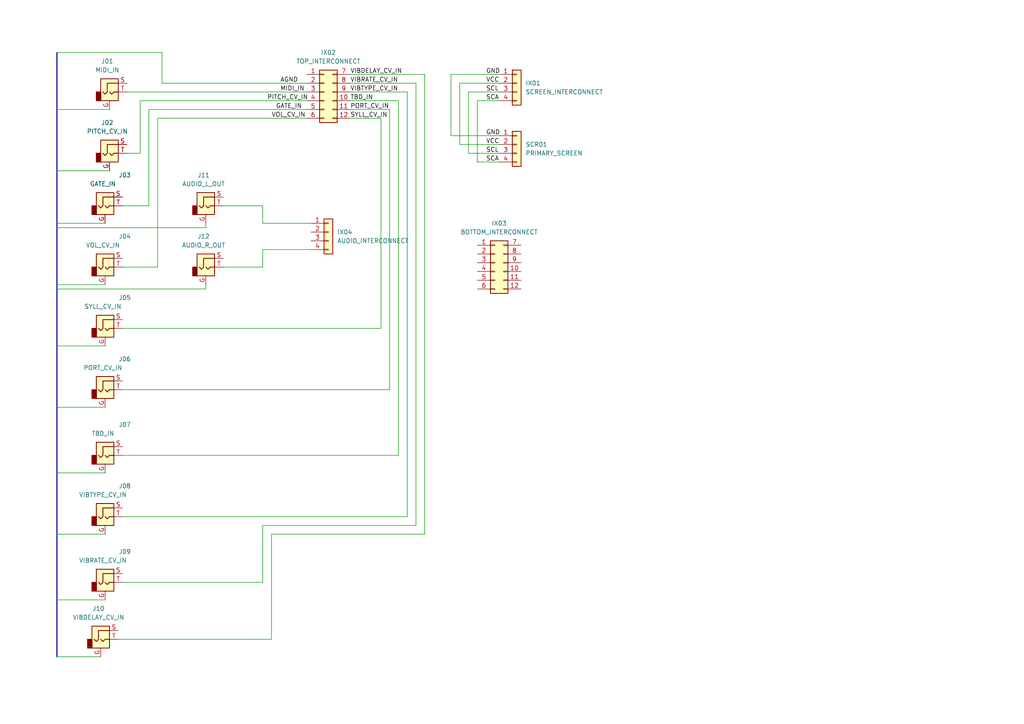
<source format=kicad_sch>
(kicad_sch
	(version 20231120)
	(generator "eeschema")
	(generator_version "8.0")
	(uuid "ebb7bf49-4f3a-4d48-a7af-62f1e8931a47")
	(paper "A4")
	(lib_symbols
		(symbol "Connector_Audio:AudioJack2_Ground"
			(exclude_from_sim no)
			(in_bom yes)
			(on_board yes)
			(property "Reference" "J"
				(at 0 8.89 0)
				(effects
					(font
						(size 1.27 1.27)
					)
				)
			)
			(property "Value" "AudioJack2_Ground"
				(at 0 6.35 0)
				(effects
					(font
						(size 1.27 1.27)
					)
				)
			)
			(property "Footprint" ""
				(at 0 0 0)
				(effects
					(font
						(size 1.27 1.27)
					)
					(hide yes)
				)
			)
			(property "Datasheet" "~"
				(at 0 0 0)
				(effects
					(font
						(size 1.27 1.27)
					)
					(hide yes)
				)
			)
			(property "Description" "Audio Jack, 2 Poles (Mono / TS), Grounded Sleeve"
				(at 0 0 0)
				(effects
					(font
						(size 1.27 1.27)
					)
					(hide yes)
				)
			)
			(property "ki_keywords" "audio jack receptacle mono phone headphone TS connector"
				(at 0 0 0)
				(effects
					(font
						(size 1.27 1.27)
					)
					(hide yes)
				)
			)
			(property "ki_fp_filters" "Jack*"
				(at 0 0 0)
				(effects
					(font
						(size 1.27 1.27)
					)
					(hide yes)
				)
			)
			(symbol "AudioJack2_Ground_0_1"
				(rectangle
					(start -2.54 -2.54)
					(end -3.81 0)
					(stroke
						(width 0.254)
						(type default)
					)
					(fill
						(type outline)
					)
				)
				(polyline
					(pts
						(xy 0 0) (xy 0.635 -0.635) (xy 1.27 0) (xy 2.54 0)
					)
					(stroke
						(width 0.254)
						(type default)
					)
					(fill
						(type none)
					)
				)
				(polyline
					(pts
						(xy 2.54 2.54) (xy -0.635 2.54) (xy -0.635 0) (xy -1.27 -0.635) (xy -1.905 0)
					)
					(stroke
						(width 0.254)
						(type default)
					)
					(fill
						(type none)
					)
				)
				(rectangle
					(start 2.54 3.81)
					(end -2.54 -2.54)
					(stroke
						(width 0.254)
						(type default)
					)
					(fill
						(type background)
					)
				)
			)
			(symbol "AudioJack2_Ground_1_1"
				(pin passive line
					(at 0 -5.08 90)
					(length 2.54)
					(name "~"
						(effects
							(font
								(size 1.27 1.27)
							)
						)
					)
					(number "G"
						(effects
							(font
								(size 1.27 1.27)
							)
						)
					)
				)
				(pin passive line
					(at 5.08 2.54 180)
					(length 2.54)
					(name "~"
						(effects
							(font
								(size 1.27 1.27)
							)
						)
					)
					(number "S"
						(effects
							(font
								(size 1.27 1.27)
							)
						)
					)
				)
				(pin passive line
					(at 5.08 0 180)
					(length 2.54)
					(name "~"
						(effects
							(font
								(size 1.27 1.27)
							)
						)
					)
					(number "T"
						(effects
							(font
								(size 1.27 1.27)
							)
						)
					)
				)
			)
		)
		(symbol "Connector_Generic:Conn_01x04"
			(pin_names
				(offset 1.016) hide)
			(exclude_from_sim no)
			(in_bom yes)
			(on_board yes)
			(property "Reference" "J"
				(at 0 5.08 0)
				(effects
					(font
						(size 1.27 1.27)
					)
				)
			)
			(property "Value" "Conn_01x04"
				(at 0 -7.62 0)
				(effects
					(font
						(size 1.27 1.27)
					)
				)
			)
			(property "Footprint" ""
				(at 0 0 0)
				(effects
					(font
						(size 1.27 1.27)
					)
					(hide yes)
				)
			)
			(property "Datasheet" "~"
				(at 0 0 0)
				(effects
					(font
						(size 1.27 1.27)
					)
					(hide yes)
				)
			)
			(property "Description" "Generic connector, single row, 01x04, script generated (kicad-library-utils/schlib/autogen/connector/)"
				(at 0 0 0)
				(effects
					(font
						(size 1.27 1.27)
					)
					(hide yes)
				)
			)
			(property "ki_keywords" "connector"
				(at 0 0 0)
				(effects
					(font
						(size 1.27 1.27)
					)
					(hide yes)
				)
			)
			(property "ki_fp_filters" "Connector*:*_1x??_*"
				(at 0 0 0)
				(effects
					(font
						(size 1.27 1.27)
					)
					(hide yes)
				)
			)
			(symbol "Conn_01x04_1_1"
				(rectangle
					(start -1.27 -4.953)
					(end 0 -5.207)
					(stroke
						(width 0.1524)
						(type default)
					)
					(fill
						(type none)
					)
				)
				(rectangle
					(start -1.27 -2.413)
					(end 0 -2.667)
					(stroke
						(width 0.1524)
						(type default)
					)
					(fill
						(type none)
					)
				)
				(rectangle
					(start -1.27 0.127)
					(end 0 -0.127)
					(stroke
						(width 0.1524)
						(type default)
					)
					(fill
						(type none)
					)
				)
				(rectangle
					(start -1.27 2.667)
					(end 0 2.413)
					(stroke
						(width 0.1524)
						(type default)
					)
					(fill
						(type none)
					)
				)
				(rectangle
					(start -1.27 3.81)
					(end 1.27 -6.35)
					(stroke
						(width 0.254)
						(type default)
					)
					(fill
						(type background)
					)
				)
				(pin passive line
					(at -5.08 2.54 0)
					(length 3.81)
					(name "Pin_1"
						(effects
							(font
								(size 1.27 1.27)
							)
						)
					)
					(number "1"
						(effects
							(font
								(size 1.27 1.27)
							)
						)
					)
				)
				(pin passive line
					(at -5.08 0 0)
					(length 3.81)
					(name "Pin_2"
						(effects
							(font
								(size 1.27 1.27)
							)
						)
					)
					(number "2"
						(effects
							(font
								(size 1.27 1.27)
							)
						)
					)
				)
				(pin passive line
					(at -5.08 -2.54 0)
					(length 3.81)
					(name "Pin_3"
						(effects
							(font
								(size 1.27 1.27)
							)
						)
					)
					(number "3"
						(effects
							(font
								(size 1.27 1.27)
							)
						)
					)
				)
				(pin passive line
					(at -5.08 -5.08 0)
					(length 3.81)
					(name "Pin_4"
						(effects
							(font
								(size 1.27 1.27)
							)
						)
					)
					(number "4"
						(effects
							(font
								(size 1.27 1.27)
							)
						)
					)
				)
			)
		)
		(symbol "Connector_Generic:Conn_02x06_Top_Bottom"
			(pin_names
				(offset 1.016) hide)
			(exclude_from_sim no)
			(in_bom yes)
			(on_board yes)
			(property "Reference" "J"
				(at 1.27 7.62 0)
				(effects
					(font
						(size 1.27 1.27)
					)
				)
			)
			(property "Value" "Conn_02x06_Top_Bottom"
				(at 1.27 -10.16 0)
				(effects
					(font
						(size 1.27 1.27)
					)
				)
			)
			(property "Footprint" ""
				(at 0 0 0)
				(effects
					(font
						(size 1.27 1.27)
					)
					(hide yes)
				)
			)
			(property "Datasheet" "~"
				(at 0 0 0)
				(effects
					(font
						(size 1.27 1.27)
					)
					(hide yes)
				)
			)
			(property "Description" "Generic connector, double row, 02x06, top/bottom pin numbering scheme (row 1: 1...pins_per_row, row2: pins_per_row+1 ... num_pins), script generated (kicad-library-utils/schlib/autogen/connector/)"
				(at 0 0 0)
				(effects
					(font
						(size 1.27 1.27)
					)
					(hide yes)
				)
			)
			(property "ki_keywords" "connector"
				(at 0 0 0)
				(effects
					(font
						(size 1.27 1.27)
					)
					(hide yes)
				)
			)
			(property "ki_fp_filters" "Connector*:*_2x??_*"
				(at 0 0 0)
				(effects
					(font
						(size 1.27 1.27)
					)
					(hide yes)
				)
			)
			(symbol "Conn_02x06_Top_Bottom_1_1"
				(rectangle
					(start -1.27 -7.493)
					(end 0 -7.747)
					(stroke
						(width 0.1524)
						(type default)
					)
					(fill
						(type none)
					)
				)
				(rectangle
					(start -1.27 -4.953)
					(end 0 -5.207)
					(stroke
						(width 0.1524)
						(type default)
					)
					(fill
						(type none)
					)
				)
				(rectangle
					(start -1.27 -2.413)
					(end 0 -2.667)
					(stroke
						(width 0.1524)
						(type default)
					)
					(fill
						(type none)
					)
				)
				(rectangle
					(start -1.27 0.127)
					(end 0 -0.127)
					(stroke
						(width 0.1524)
						(type default)
					)
					(fill
						(type none)
					)
				)
				(rectangle
					(start -1.27 2.667)
					(end 0 2.413)
					(stroke
						(width 0.1524)
						(type default)
					)
					(fill
						(type none)
					)
				)
				(rectangle
					(start -1.27 5.207)
					(end 0 4.953)
					(stroke
						(width 0.1524)
						(type default)
					)
					(fill
						(type none)
					)
				)
				(rectangle
					(start -1.27 6.35)
					(end 3.81 -8.89)
					(stroke
						(width 0.254)
						(type default)
					)
					(fill
						(type background)
					)
				)
				(rectangle
					(start 3.81 -7.493)
					(end 2.54 -7.747)
					(stroke
						(width 0.1524)
						(type default)
					)
					(fill
						(type none)
					)
				)
				(rectangle
					(start 3.81 -4.953)
					(end 2.54 -5.207)
					(stroke
						(width 0.1524)
						(type default)
					)
					(fill
						(type none)
					)
				)
				(rectangle
					(start 3.81 -2.413)
					(end 2.54 -2.667)
					(stroke
						(width 0.1524)
						(type default)
					)
					(fill
						(type none)
					)
				)
				(rectangle
					(start 3.81 0.127)
					(end 2.54 -0.127)
					(stroke
						(width 0.1524)
						(type default)
					)
					(fill
						(type none)
					)
				)
				(rectangle
					(start 3.81 2.667)
					(end 2.54 2.413)
					(stroke
						(width 0.1524)
						(type default)
					)
					(fill
						(type none)
					)
				)
				(rectangle
					(start 3.81 5.207)
					(end 2.54 4.953)
					(stroke
						(width 0.1524)
						(type default)
					)
					(fill
						(type none)
					)
				)
				(pin passive line
					(at -5.08 5.08 0)
					(length 3.81)
					(name "Pin_1"
						(effects
							(font
								(size 1.27 1.27)
							)
						)
					)
					(number "1"
						(effects
							(font
								(size 1.27 1.27)
							)
						)
					)
				)
				(pin passive line
					(at 7.62 -2.54 180)
					(length 3.81)
					(name "Pin_10"
						(effects
							(font
								(size 1.27 1.27)
							)
						)
					)
					(number "10"
						(effects
							(font
								(size 1.27 1.27)
							)
						)
					)
				)
				(pin passive line
					(at 7.62 -5.08 180)
					(length 3.81)
					(name "Pin_11"
						(effects
							(font
								(size 1.27 1.27)
							)
						)
					)
					(number "11"
						(effects
							(font
								(size 1.27 1.27)
							)
						)
					)
				)
				(pin passive line
					(at 7.62 -7.62 180)
					(length 3.81)
					(name "Pin_12"
						(effects
							(font
								(size 1.27 1.27)
							)
						)
					)
					(number "12"
						(effects
							(font
								(size 1.27 1.27)
							)
						)
					)
				)
				(pin passive line
					(at -5.08 2.54 0)
					(length 3.81)
					(name "Pin_2"
						(effects
							(font
								(size 1.27 1.27)
							)
						)
					)
					(number "2"
						(effects
							(font
								(size 1.27 1.27)
							)
						)
					)
				)
				(pin passive line
					(at -5.08 0 0)
					(length 3.81)
					(name "Pin_3"
						(effects
							(font
								(size 1.27 1.27)
							)
						)
					)
					(number "3"
						(effects
							(font
								(size 1.27 1.27)
							)
						)
					)
				)
				(pin passive line
					(at -5.08 -2.54 0)
					(length 3.81)
					(name "Pin_4"
						(effects
							(font
								(size 1.27 1.27)
							)
						)
					)
					(number "4"
						(effects
							(font
								(size 1.27 1.27)
							)
						)
					)
				)
				(pin passive line
					(at -5.08 -5.08 0)
					(length 3.81)
					(name "Pin_5"
						(effects
							(font
								(size 1.27 1.27)
							)
						)
					)
					(number "5"
						(effects
							(font
								(size 1.27 1.27)
							)
						)
					)
				)
				(pin passive line
					(at -5.08 -7.62 0)
					(length 3.81)
					(name "Pin_6"
						(effects
							(font
								(size 1.27 1.27)
							)
						)
					)
					(number "6"
						(effects
							(font
								(size 1.27 1.27)
							)
						)
					)
				)
				(pin passive line
					(at 7.62 5.08 180)
					(length 3.81)
					(name "Pin_7"
						(effects
							(font
								(size 1.27 1.27)
							)
						)
					)
					(number "7"
						(effects
							(font
								(size 1.27 1.27)
							)
						)
					)
				)
				(pin passive line
					(at 7.62 2.54 180)
					(length 3.81)
					(name "Pin_8"
						(effects
							(font
								(size 1.27 1.27)
							)
						)
					)
					(number "8"
						(effects
							(font
								(size 1.27 1.27)
							)
						)
					)
				)
				(pin passive line
					(at 7.62 0 180)
					(length 3.81)
					(name "Pin_9"
						(effects
							(font
								(size 1.27 1.27)
							)
						)
					)
					(number "9"
						(effects
							(font
								(size 1.27 1.27)
							)
						)
					)
				)
			)
		)
	)
	(wire
		(pts
			(xy 130.81 21.59) (xy 144.78 21.59)
		)
		(stroke
			(width 0)
			(type default)
		)
		(uuid "04469712-336a-4305-ba0a-f404faac8334")
	)
	(wire
		(pts
			(xy 43.18 31.75) (xy 88.9 31.75)
		)
		(stroke
			(width 0)
			(type default)
		)
		(uuid "080be984-27de-482e-b1f7-aac22d510240")
	)
	(wire
		(pts
			(xy 115.57 29.21) (xy 101.6 29.21)
		)
		(stroke
			(width 0)
			(type default)
		)
		(uuid "0dc1a05e-1cdb-452b-9503-dcbaff1c4a80")
	)
	(wire
		(pts
			(xy 35.56 59.69) (xy 43.18 59.69)
		)
		(stroke
			(width 0)
			(type default)
		)
		(uuid "0ea95957-af0f-467c-86b7-b6a26198c010")
	)
	(wire
		(pts
			(xy 76.2 72.39) (xy 90.17 72.39)
		)
		(stroke
			(width 0)
			(type default)
		)
		(uuid "11105b12-3f16-4f38-8c9c-2a412dde5ca9")
	)
	(wire
		(pts
			(xy 16.51 66.04) (xy 59.69 66.04)
		)
		(stroke
			(width 0)
			(type default)
		)
		(uuid "15dbb0e3-1399-47ab-87c5-ed98e94ba4c4")
	)
	(bus
		(pts
			(xy 16.51 15.24) (xy 16.51 190.5)
		)
		(stroke
			(width 0)
			(type default)
		)
		(uuid "1b8cbca6-bfb7-4545-b488-7a4da6303326")
	)
	(wire
		(pts
			(xy 45.72 34.29) (xy 88.9 34.29)
		)
		(stroke
			(width 0)
			(type default)
		)
		(uuid "1c187647-b015-4f78-942e-f81aaecc8866")
	)
	(wire
		(pts
			(xy 113.03 113.03) (xy 113.03 31.75)
		)
		(stroke
			(width 0)
			(type default)
		)
		(uuid "1e5324ec-f783-4bbb-8c7c-8b3c26e77ba3")
	)
	(wire
		(pts
			(xy 16.51 137.16) (xy 30.48 137.16)
		)
		(stroke
			(width 0)
			(type default)
		)
		(uuid "1f6dcc23-4760-448d-8295-5cfe21f33535")
	)
	(wire
		(pts
			(xy 144.78 46.99) (xy 138.43 46.99)
		)
		(stroke
			(width 0)
			(type default)
		)
		(uuid "241c1502-c2b4-4149-8e94-23ef00ecbd88")
	)
	(wire
		(pts
			(xy 138.43 46.99) (xy 138.43 29.21)
		)
		(stroke
			(width 0)
			(type default)
		)
		(uuid "267895db-5e7f-4f99-84b1-db666c82edc7")
	)
	(wire
		(pts
			(xy 16.51 100.33) (xy 30.48 100.33)
		)
		(stroke
			(width 0)
			(type default)
		)
		(uuid "2a199ae8-3ca1-450f-a5d1-7fe5edbfd636")
	)
	(wire
		(pts
			(xy 16.51 82.55) (xy 30.48 82.55)
		)
		(stroke
			(width 0)
			(type default)
		)
		(uuid "2dabed7a-a95c-4b62-856e-13962818f742")
	)
	(wire
		(pts
			(xy 16.51 49.53) (xy 31.75 49.53)
		)
		(stroke
			(width 0)
			(type default)
		)
		(uuid "3d1be6b3-907e-49d5-9487-3ca520aa2561")
	)
	(wire
		(pts
			(xy 16.51 31.75) (xy 31.75 31.75)
		)
		(stroke
			(width 0)
			(type default)
		)
		(uuid "433933f4-e936-4fee-be35-4c43b4f60c99")
	)
	(wire
		(pts
			(xy 16.51 64.77) (xy 30.48 64.77)
		)
		(stroke
			(width 0)
			(type default)
		)
		(uuid "43b536c6-ad9d-4d09-8169-49df3b33e095")
	)
	(wire
		(pts
			(xy 36.83 26.67) (xy 88.9 26.67)
		)
		(stroke
			(width 0)
			(type default)
		)
		(uuid "44a732d5-6309-4671-b218-69665f635c2d")
	)
	(wire
		(pts
			(xy 16.51 154.94) (xy 30.48 154.94)
		)
		(stroke
			(width 0)
			(type default)
		)
		(uuid "4508fd48-5a06-4d4d-be4d-ceae21750618")
	)
	(wire
		(pts
			(xy 101.6 34.29) (xy 110.49 34.29)
		)
		(stroke
			(width 0)
			(type default)
		)
		(uuid "472f5de7-9014-4496-adef-1a10be735d8e")
	)
	(wire
		(pts
			(xy 76.2 77.47) (xy 76.2 72.39)
		)
		(stroke
			(width 0)
			(type default)
		)
		(uuid "47832519-5ca0-46de-ac54-e24799173833")
	)
	(wire
		(pts
			(xy 35.56 95.25) (xy 110.49 95.25)
		)
		(stroke
			(width 0)
			(type default)
		)
		(uuid "49ecfd17-72e4-433d-bd51-dfeb3de8b743")
	)
	(wire
		(pts
			(xy 76.2 168.91) (xy 76.2 152.4)
		)
		(stroke
			(width 0)
			(type default)
		)
		(uuid "4c2944cf-aa25-4566-a9c8-092c04eef45d")
	)
	(wire
		(pts
			(xy 110.49 95.25) (xy 110.49 34.29)
		)
		(stroke
			(width 0)
			(type default)
		)
		(uuid "54ab85ce-cb89-4351-949e-0c5862341f7e")
	)
	(wire
		(pts
			(xy 101.6 31.75) (xy 113.03 31.75)
		)
		(stroke
			(width 0)
			(type default)
		)
		(uuid "55099905-831d-41e3-b8ca-03e51259e7e1")
	)
	(wire
		(pts
			(xy 46.99 24.13) (xy 46.99 15.24)
		)
		(stroke
			(width 0)
			(type default)
		)
		(uuid "57fc125e-54ff-439e-b528-4f411d4aad2a")
	)
	(wire
		(pts
			(xy 35.56 132.08) (xy 115.57 132.08)
		)
		(stroke
			(width 0)
			(type default)
		)
		(uuid "5b0bc675-946c-4cc5-9f32-9c0cb9a037a6")
	)
	(wire
		(pts
			(xy 43.18 59.69) (xy 43.18 31.75)
		)
		(stroke
			(width 0)
			(type default)
		)
		(uuid "60b6c594-9bca-4c7e-aac2-f1e4d283b2e8")
	)
	(wire
		(pts
			(xy 130.81 39.37) (xy 130.81 21.59)
		)
		(stroke
			(width 0)
			(type default)
		)
		(uuid "6543eebf-95bb-458c-a855-b8ad3d383f6e")
	)
	(wire
		(pts
			(xy 123.19 154.94) (xy 123.19 21.59)
		)
		(stroke
			(width 0)
			(type default)
		)
		(uuid "677d7956-b332-4063-aa02-e804d08ab13d")
	)
	(wire
		(pts
			(xy 144.78 39.37) (xy 130.81 39.37)
		)
		(stroke
			(width 0)
			(type default)
		)
		(uuid "6b176644-604c-4713-b420-6d33f50467d0")
	)
	(wire
		(pts
			(xy 16.51 190.5) (xy 29.21 190.5)
		)
		(stroke
			(width 0)
			(type default)
		)
		(uuid "6dd2e87d-6559-469c-9d02-9e694dab3ba3")
	)
	(wire
		(pts
			(xy 40.64 29.21) (xy 88.9 29.21)
		)
		(stroke
			(width 0)
			(type default)
		)
		(uuid "6e0ed331-8a3a-4a23-b08a-f674e5d760c0")
	)
	(wire
		(pts
			(xy 36.83 44.45) (xy 40.64 44.45)
		)
		(stroke
			(width 0)
			(type default)
		)
		(uuid "71c5f4b0-f452-45df-8552-385feb10865d")
	)
	(wire
		(pts
			(xy 16.51 83.82) (xy 59.69 83.82)
		)
		(stroke
			(width 0)
			(type default)
		)
		(uuid "75548f84-08a7-4854-8f63-251c242ad5a4")
	)
	(wire
		(pts
			(xy 76.2 64.77) (xy 90.17 64.77)
		)
		(stroke
			(width 0)
			(type default)
		)
		(uuid "81877593-4f34-4135-ac42-db901b8ede89")
	)
	(wire
		(pts
			(xy 64.77 59.69) (xy 76.2 59.69)
		)
		(stroke
			(width 0)
			(type default)
		)
		(uuid "8385e4e0-c3b8-4ef8-a9fd-c40b93e54c2d")
	)
	(wire
		(pts
			(xy 115.57 132.08) (xy 115.57 29.21)
		)
		(stroke
			(width 0)
			(type default)
		)
		(uuid "89220d47-1912-4b7b-a00e-9361a4bfb948")
	)
	(wire
		(pts
			(xy 16.51 15.24) (xy 46.99 15.24)
		)
		(stroke
			(width 0)
			(type default)
		)
		(uuid "8a90726d-7708-44df-945b-79feb69ecc20")
	)
	(wire
		(pts
			(xy 133.35 41.91) (xy 133.35 24.13)
		)
		(stroke
			(width 0)
			(type default)
		)
		(uuid "922bf0eb-dad2-4c94-a51d-80752186adfa")
	)
	(wire
		(pts
			(xy 135.89 26.67) (xy 144.78 26.67)
		)
		(stroke
			(width 0)
			(type default)
		)
		(uuid "92dcb613-2939-42ba-893c-df1172cd6750")
	)
	(wire
		(pts
			(xy 101.6 26.67) (xy 118.11 26.67)
		)
		(stroke
			(width 0)
			(type default)
		)
		(uuid "9851cf8e-7349-4cd9-bad9-c7159a67ea31")
	)
	(wire
		(pts
			(xy 144.78 44.45) (xy 135.89 44.45)
		)
		(stroke
			(width 0)
			(type default)
		)
		(uuid "9b3f8522-fa3c-40ba-aaf4-6d8615c7b32b")
	)
	(wire
		(pts
			(xy 133.35 24.13) (xy 144.78 24.13)
		)
		(stroke
			(width 0)
			(type default)
		)
		(uuid "9f419133-88b5-46c0-bb5a-11fd78334fbb")
	)
	(wire
		(pts
			(xy 135.89 44.45) (xy 135.89 26.67)
		)
		(stroke
			(width 0)
			(type default)
		)
		(uuid "a153e95e-e46e-46ff-a3c7-0025f6e66f93")
	)
	(wire
		(pts
			(xy 64.77 77.47) (xy 76.2 77.47)
		)
		(stroke
			(width 0)
			(type default)
		)
		(uuid "a47de8e6-38e5-4630-9a76-1760b8b728c4")
	)
	(wire
		(pts
			(xy 46.99 24.13) (xy 88.9 24.13)
		)
		(stroke
			(width 0)
			(type default)
		)
		(uuid "a56475b0-3764-49fb-84ae-51a3742dcd3b")
	)
	(wire
		(pts
			(xy 76.2 152.4) (xy 120.65 152.4)
		)
		(stroke
			(width 0)
			(type default)
		)
		(uuid "a77adeb5-8f16-45cc-aa51-db9c9103c56b")
	)
	(wire
		(pts
			(xy 101.6 24.13) (xy 120.65 24.13)
		)
		(stroke
			(width 0)
			(type default)
		)
		(uuid "ae907364-49c9-461c-ad15-e5e4aeea6f68")
	)
	(wire
		(pts
			(xy 35.56 113.03) (xy 113.03 113.03)
		)
		(stroke
			(width 0)
			(type default)
		)
		(uuid "b29696bd-8ae5-4129-a321-d7523a0d6af3")
	)
	(wire
		(pts
			(xy 76.2 59.69) (xy 76.2 64.77)
		)
		(stroke
			(width 0)
			(type default)
		)
		(uuid "bbb0ee86-44f1-4491-a2bd-630f61feaf72")
	)
	(wire
		(pts
			(xy 144.78 41.91) (xy 133.35 41.91)
		)
		(stroke
			(width 0)
			(type default)
		)
		(uuid "ca3053aa-69d7-49dd-86c8-f74a6257aff1")
	)
	(wire
		(pts
			(xy 16.51 173.99) (xy 30.48 173.99)
		)
		(stroke
			(width 0)
			(type default)
		)
		(uuid "d31f3a65-1347-4ada-a717-665b9e37c8ae")
	)
	(wire
		(pts
			(xy 59.69 66.04) (xy 59.69 64.77)
		)
		(stroke
			(width 0)
			(type default)
		)
		(uuid "d7da5d84-be8a-47a6-b050-e77255f204bf")
	)
	(wire
		(pts
			(xy 118.11 149.86) (xy 118.11 26.67)
		)
		(stroke
			(width 0)
			(type default)
		)
		(uuid "dc4fc2a5-d34c-4d7d-9216-e2fb73e7d673")
	)
	(wire
		(pts
			(xy 78.74 185.42) (xy 78.74 154.94)
		)
		(stroke
			(width 0)
			(type default)
		)
		(uuid "de12fd4b-6352-4434-9839-511618e60c08")
	)
	(wire
		(pts
			(xy 35.56 168.91) (xy 76.2 168.91)
		)
		(stroke
			(width 0)
			(type default)
		)
		(uuid "e03204ea-1530-4400-946a-6d363a0674fb")
	)
	(wire
		(pts
			(xy 59.69 82.55) (xy 59.69 83.82)
		)
		(stroke
			(width 0)
			(type default)
		)
		(uuid "e1157f33-d2bd-492f-a703-e0f5ad3a9193")
	)
	(wire
		(pts
			(xy 34.29 185.42) (xy 78.74 185.42)
		)
		(stroke
			(width 0)
			(type default)
		)
		(uuid "e385959b-5906-42a8-bf7f-18fb54737222")
	)
	(wire
		(pts
			(xy 35.56 149.86) (xy 118.11 149.86)
		)
		(stroke
			(width 0)
			(type default)
		)
		(uuid "e85d890a-0f75-4881-8568-e037afda0c81")
	)
	(wire
		(pts
			(xy 35.56 77.47) (xy 45.72 77.47)
		)
		(stroke
			(width 0)
			(type default)
		)
		(uuid "ed070909-e4f1-4e3f-9b1c-58e3162667df")
	)
	(wire
		(pts
			(xy 138.43 29.21) (xy 144.78 29.21)
		)
		(stroke
			(width 0)
			(type default)
		)
		(uuid "ed65c9e8-f107-4625-ab46-2e9c712d8070")
	)
	(wire
		(pts
			(xy 120.65 152.4) (xy 120.65 24.13)
		)
		(stroke
			(width 0)
			(type default)
		)
		(uuid "ef5cd05b-bec6-4c0a-9d67-d02468fc5616")
	)
	(wire
		(pts
			(xy 45.72 77.47) (xy 45.72 34.29)
		)
		(stroke
			(width 0)
			(type default)
		)
		(uuid "f25bc8c6-959a-420e-a0e6-e962dee9daa1")
	)
	(wire
		(pts
			(xy 78.74 154.94) (xy 123.19 154.94)
		)
		(stroke
			(width 0)
			(type default)
		)
		(uuid "f756a649-9c13-4f38-9ef7-1883e8a11ee1")
	)
	(wire
		(pts
			(xy 16.51 118.11) (xy 30.48 118.11)
		)
		(stroke
			(width 0)
			(type default)
		)
		(uuid "f7e2e7e3-1c0a-4640-b084-50400907e049")
	)
	(wire
		(pts
			(xy 101.6 21.59) (xy 123.19 21.59)
		)
		(stroke
			(width 0)
			(type default)
		)
		(uuid "fb681671-ec72-422f-8cff-ab2acf93b3bf")
	)
	(wire
		(pts
			(xy 40.64 44.45) (xy 40.64 29.21)
		)
		(stroke
			(width 0)
			(type default)
		)
		(uuid "fbc9197b-743e-43b7-a024-1ec30c77b194")
	)
	(label "PITCH_CV_IN"
		(at 77.47 29.21 0)
		(fields_autoplaced yes)
		(effects
			(font
				(size 1.27 1.27)
			)
			(justify left bottom)
		)
		(uuid "05c3df1f-7cd6-422f-bd53-bceeae7a176d")
	)
	(label "VIBDELAY_CV_IN"
		(at 101.6 21.59 0)
		(fields_autoplaced yes)
		(effects
			(font
				(size 1.27 1.27)
			)
			(justify left bottom)
		)
		(uuid "143d3de4-d6c2-4032-80f3-930b08797d52")
	)
	(label "SCA"
		(at 140.97 46.99 0)
		(fields_autoplaced yes)
		(effects
			(font
				(size 1.27 1.27)
			)
			(justify left bottom)
		)
		(uuid "5c990d5d-ef38-40e8-9ebd-0c3b024f19e8")
	)
	(label "VIBRATE_CV_IN"
		(at 101.6 24.13 0)
		(fields_autoplaced yes)
		(effects
			(font
				(size 1.27 1.27)
			)
			(justify left bottom)
		)
		(uuid "72270592-a134-4733-a8a7-55a8e9f4fdeb")
	)
	(label "AGND"
		(at 81.28 24.13 0)
		(fields_autoplaced yes)
		(effects
			(font
				(size 1.27 1.27)
			)
			(justify left bottom)
		)
		(uuid "792de2e9-6905-497e-9bcf-dacd7989dfff")
	)
	(label "VCC"
		(at 140.97 24.13 0)
		(fields_autoplaced yes)
		(effects
			(font
				(size 1.27 1.27)
			)
			(justify left bottom)
		)
		(uuid "7ae0b9b5-6bb6-4c4e-a208-6a8b9770b15a")
	)
	(label "SCL"
		(at 140.97 44.45 0)
		(fields_autoplaced yes)
		(effects
			(font
				(size 1.27 1.27)
			)
			(justify left bottom)
		)
		(uuid "8464115e-dd38-4e8e-94b5-c6949611bccf")
	)
	(label "VIBTYPE_CV_IN"
		(at 101.6 26.67 0)
		(fields_autoplaced yes)
		(effects
			(font
				(size 1.27 1.27)
			)
			(justify left bottom)
		)
		(uuid "89c10f61-671f-439d-9fea-648ae8c8c1ca")
	)
	(label "SCA"
		(at 140.97 29.21 0)
		(fields_autoplaced yes)
		(effects
			(font
				(size 1.27 1.27)
			)
			(justify left bottom)
		)
		(uuid "93565cba-7330-4a0c-aa89-0a30edf97f4c")
	)
	(label "MIDI_IN"
		(at 81.28 26.67 0)
		(fields_autoplaced yes)
		(effects
			(font
				(size 1.27 1.27)
			)
			(justify left bottom)
		)
		(uuid "94ef220d-e642-4b30-9586-b5a0a8034cfc")
	)
	(label "SYLL_CV_IN"
		(at 101.6 34.29 0)
		(fields_autoplaced yes)
		(effects
			(font
				(size 1.27 1.27)
			)
			(justify left bottom)
		)
		(uuid "b3dde8ef-d403-4a74-97d9-d0d257461e85")
	)
	(label "GATE_IN"
		(at 80.01 31.75 0)
		(fields_autoplaced yes)
		(effects
			(font
				(size 1.27 1.27)
			)
			(justify left bottom)
		)
		(uuid "b837932c-8663-40d2-83c4-5fae26a1e09c")
	)
	(label "VOL_CV_IN"
		(at 78.74 34.29 0)
		(fields_autoplaced yes)
		(effects
			(font
				(size 1.27 1.27)
			)
			(justify left bottom)
		)
		(uuid "c1adb59b-46ce-44b1-9cb0-cbf3634ab2f4")
	)
	(label "PORT_CV_IN"
		(at 101.6 31.75 0)
		(fields_autoplaced yes)
		(effects
			(font
				(size 1.27 1.27)
			)
			(justify left bottom)
		)
		(uuid "d118bf1d-488d-4ca3-8c5a-070e8726ef13")
	)
	(label "GND"
		(at 140.97 21.59 0)
		(fields_autoplaced yes)
		(effects
			(font
				(size 1.27 1.27)
			)
			(justify left bottom)
		)
		(uuid "d76f918c-fd9f-4362-bf2a-07f9c7b76744")
	)
	(label "SCL"
		(at 140.97 26.67 0)
		(fields_autoplaced yes)
		(effects
			(font
				(size 1.27 1.27)
			)
			(justify left bottom)
		)
		(uuid "e311d15e-94ac-4553-b94d-347cf6da898e")
	)
	(label "VCC"
		(at 140.97 41.91 0)
		(fields_autoplaced yes)
		(effects
			(font
				(size 1.27 1.27)
			)
			(justify left bottom)
		)
		(uuid "e3a9f7cc-04c5-4ac9-b5e0-f30ca0fe6a72")
	)
	(label "TBD_IN"
		(at 101.6 29.21 0)
		(fields_autoplaced yes)
		(effects
			(font
				(size 1.27 1.27)
			)
			(justify left bottom)
		)
		(uuid "e9c819cb-9fdb-4c37-947e-afe659c3319b")
	)
	(label "GND"
		(at 140.97 39.37 0)
		(fields_autoplaced yes)
		(effects
			(font
				(size 1.27 1.27)
			)
			(justify left bottom)
		)
		(uuid "edf2b9b4-cb3f-4d9e-ac01-4d45dc4e281b")
	)
	(symbol
		(lib_id "Connector_Generic:Conn_01x04")
		(at 149.86 24.13 0)
		(unit 1)
		(exclude_from_sim no)
		(in_bom yes)
		(on_board yes)
		(dnp no)
		(fields_autoplaced yes)
		(uuid "08ace76b-bccb-4182-9baa-aee261f0530f")
		(property "Reference" "IX01"
			(at 152.4 24.1299 0)
			(effects
				(font
					(size 1.27 1.27)
				)
				(justify left)
			)
		)
		(property "Value" "SCREEN_INTERCONNECT"
			(at 152.4 26.6699 0)
			(effects
				(font
					(size 1.27 1.27)
				)
				(justify left)
			)
		)
		(property "Footprint" ""
			(at 149.86 24.13 0)
			(effects
				(font
					(size 1.27 1.27)
				)
				(hide yes)
			)
		)
		(property "Datasheet" "~"
			(at 149.86 24.13 0)
			(effects
				(font
					(size 1.27 1.27)
				)
				(hide yes)
			)
		)
		(property "Description" "Generic connector, single row, 01x04, script generated (kicad-library-utils/schlib/autogen/connector/)"
			(at 149.86 24.13 0)
			(effects
				(font
					(size 1.27 1.27)
				)
				(hide yes)
			)
		)
		(pin "1"
			(uuid "e5db84eb-ba75-4e44-8e90-6002123e407a")
		)
		(pin "2"
			(uuid "646ebdc4-85d5-42a9-b2bf-d46da54d4158")
		)
		(pin "3"
			(uuid "6a719cd7-21fe-4c8b-ba8c-c26e0a48fff2")
		)
		(pin "4"
			(uuid "a423fee7-017d-4c1f-9012-13278ba361ff")
		)
		(instances
			(project "miku"
				(path "/ebb7bf49-4f3a-4d48-a7af-62f1e8931a47"
					(reference "IX01")
					(unit 1)
				)
			)
		)
	)
	(symbol
		(lib_id "Connector_Audio:AudioJack2_Ground")
		(at 31.75 26.67 0)
		(unit 1)
		(exclude_from_sim no)
		(in_bom yes)
		(on_board yes)
		(dnp no)
		(fields_autoplaced yes)
		(uuid "090b2f9d-3080-450a-bbc5-4bdfbfc3e9d0")
		(property "Reference" "J01"
			(at 31.115 17.78 0)
			(effects
				(font
					(size 1.27 1.27)
				)
			)
		)
		(property "Value" "MIDI_IN"
			(at 31.115 20.32 0)
			(effects
				(font
					(size 1.27 1.27)
				)
			)
		)
		(property "Footprint" ""
			(at 31.75 26.67 0)
			(effects
				(font
					(size 1.27 1.27)
				)
				(hide yes)
			)
		)
		(property "Datasheet" "~"
			(at 31.75 26.67 0)
			(effects
				(font
					(size 1.27 1.27)
				)
				(hide yes)
			)
		)
		(property "Description" "Audio Jack, 2 Poles (Mono / TS), Grounded Sleeve"
			(at 31.75 26.67 0)
			(effects
				(font
					(size 1.27 1.27)
				)
				(hide yes)
			)
		)
		(pin "S"
			(uuid "1e9ffa5e-96a9-4035-abe7-5a4c08f04ca0")
		)
		(pin "G"
			(uuid "9ee36d02-f7ea-45a8-966b-4f5abe4a73c0")
		)
		(pin "T"
			(uuid "432b160d-ba5f-4874-b08a-5b8b37745f57")
		)
		(instances
			(project "miku"
				(path "/ebb7bf49-4f3a-4d48-a7af-62f1e8931a47"
					(reference "J01")
					(unit 1)
				)
			)
		)
	)
	(symbol
		(lib_id "Connector_Audio:AudioJack2_Ground")
		(at 30.48 113.03 0)
		(unit 1)
		(exclude_from_sim no)
		(in_bom yes)
		(on_board yes)
		(dnp no)
		(uuid "36b934a1-2095-4cd4-8323-8db010245bc2")
		(property "Reference" "J06"
			(at 36.195 104.14 0)
			(effects
				(font
					(size 1.27 1.27)
				)
			)
		)
		(property "Value" "PORT_CV_IN"
			(at 29.845 106.68 0)
			(effects
				(font
					(size 1.27 1.27)
				)
			)
		)
		(property "Footprint" ""
			(at 30.48 113.03 0)
			(effects
				(font
					(size 1.27 1.27)
				)
				(hide yes)
			)
		)
		(property "Datasheet" "~"
			(at 30.48 113.03 0)
			(effects
				(font
					(size 1.27 1.27)
				)
				(hide yes)
			)
		)
		(property "Description" "Audio Jack, 2 Poles (Mono / TS), Grounded Sleeve"
			(at 30.48 113.03 0)
			(effects
				(font
					(size 1.27 1.27)
				)
				(hide yes)
			)
		)
		(pin "S"
			(uuid "74aba4b6-fb01-427e-8d7c-d2c6cb91737d")
		)
		(pin "G"
			(uuid "e6b3c547-0e0f-40f4-991b-0aa0df5d17fa")
		)
		(pin "T"
			(uuid "1903c22c-09bc-4153-abdc-1f859c865903")
		)
		(instances
			(project "miku"
				(path "/ebb7bf49-4f3a-4d48-a7af-62f1e8931a47"
					(reference "J06")
					(unit 1)
				)
			)
		)
	)
	(symbol
		(lib_id "Connector_Generic:Conn_02x06_Top_Bottom")
		(at 93.98 26.67 0)
		(unit 1)
		(exclude_from_sim no)
		(in_bom yes)
		(on_board yes)
		(dnp no)
		(fields_autoplaced yes)
		(uuid "5475e31a-bfbc-4de7-b442-764afbc42340")
		(property "Reference" "IX02"
			(at 95.25 15.24 0)
			(effects
				(font
					(size 1.27 1.27)
				)
			)
		)
		(property "Value" "TOP_INTERCONNECT"
			(at 95.25 17.78 0)
			(effects
				(font
					(size 1.27 1.27)
				)
			)
		)
		(property "Footprint" ""
			(at 93.98 26.67 0)
			(effects
				(font
					(size 1.27 1.27)
				)
				(hide yes)
			)
		)
		(property "Datasheet" "~"
			(at 93.98 26.67 0)
			(effects
				(font
					(size 1.27 1.27)
				)
				(hide yes)
			)
		)
		(property "Description" "Generic connector, double row, 02x06, top/bottom pin numbering scheme (row 1: 1...pins_per_row, row2: pins_per_row+1 ... num_pins), script generated (kicad-library-utils/schlib/autogen/connector/)"
			(at 93.98 26.67 0)
			(effects
				(font
					(size 1.27 1.27)
				)
				(hide yes)
			)
		)
		(pin "3"
			(uuid "104615c7-f632-49b2-8164-45de508c52f5")
		)
		(pin "7"
			(uuid "1802da30-5cb4-4ba7-ae4b-afecc7ff0ea6")
		)
		(pin "9"
			(uuid "c3b3fa95-031d-451f-9aae-8b5573771142")
		)
		(pin "1"
			(uuid "834c7a4a-1001-417b-958c-c0e0a80b542c")
		)
		(pin "2"
			(uuid "8ef7331f-ea69-43e4-a1a7-c261ee34c83b")
		)
		(pin "11"
			(uuid "8e8e9a3b-8921-4c2e-ab9c-7a7664203b09")
		)
		(pin "10"
			(uuid "e33fc1f1-1df5-4339-8384-64335b51d57a")
		)
		(pin "5"
			(uuid "0e0fe105-1ca2-448a-87fe-84e883f5d1ac")
		)
		(pin "12"
			(uuid "baabf9e4-de95-4ec8-9b85-8b5e477ff5ca")
		)
		(pin "6"
			(uuid "576d952c-b01a-461e-a65d-68cc5bfbeaae")
		)
		(pin "4"
			(uuid "0c33a3cb-26af-4ebf-a306-41bac64bb376")
		)
		(pin "8"
			(uuid "89a2390b-3b73-4441-88b0-050b698af18d")
		)
		(instances
			(project "miku"
				(path "/ebb7bf49-4f3a-4d48-a7af-62f1e8931a47"
					(reference "IX02")
					(unit 1)
				)
			)
		)
	)
	(symbol
		(lib_id "Connector_Audio:AudioJack2_Ground")
		(at 30.48 77.47 0)
		(unit 1)
		(exclude_from_sim no)
		(in_bom yes)
		(on_board yes)
		(dnp no)
		(uuid "59c324f3-f1b3-44bf-ba78-458a297fa1e8")
		(property "Reference" "J04"
			(at 36.195 68.58 0)
			(effects
				(font
					(size 1.27 1.27)
				)
			)
		)
		(property "Value" "VOL_CV_IN"
			(at 29.845 71.12 0)
			(effects
				(font
					(size 1.27 1.27)
				)
			)
		)
		(property "Footprint" ""
			(at 30.48 77.47 0)
			(effects
				(font
					(size 1.27 1.27)
				)
				(hide yes)
			)
		)
		(property "Datasheet" "~"
			(at 30.48 77.47 0)
			(effects
				(font
					(size 1.27 1.27)
				)
				(hide yes)
			)
		)
		(property "Description" "Audio Jack, 2 Poles (Mono / TS), Grounded Sleeve"
			(at 30.48 77.47 0)
			(effects
				(font
					(size 1.27 1.27)
				)
				(hide yes)
			)
		)
		(pin "S"
			(uuid "bc8e678c-2965-4fae-ab71-11798e17d566")
		)
		(pin "G"
			(uuid "3160d9eb-442c-4121-9853-91c249b4a3a8")
		)
		(pin "T"
			(uuid "b9a6becc-4917-4273-84e7-82d1386df64a")
		)
		(instances
			(project "miku"
				(path "/ebb7bf49-4f3a-4d48-a7af-62f1e8931a47"
					(reference "J04")
					(unit 1)
				)
			)
		)
	)
	(symbol
		(lib_id "Connector_Audio:AudioJack2_Ground")
		(at 30.48 168.91 0)
		(unit 1)
		(exclude_from_sim no)
		(in_bom yes)
		(on_board yes)
		(dnp no)
		(uuid "8278301c-114e-4ba2-b8b6-2804ca945d79")
		(property "Reference" "J09"
			(at 36.195 160.02 0)
			(effects
				(font
					(size 1.27 1.27)
				)
			)
		)
		(property "Value" "VIBRATE_CV_IN"
			(at 29.845 162.56 0)
			(effects
				(font
					(size 1.27 1.27)
				)
			)
		)
		(property "Footprint" ""
			(at 30.48 168.91 0)
			(effects
				(font
					(size 1.27 1.27)
				)
				(hide yes)
			)
		)
		(property "Datasheet" "~"
			(at 30.48 168.91 0)
			(effects
				(font
					(size 1.27 1.27)
				)
				(hide yes)
			)
		)
		(property "Description" "Audio Jack, 2 Poles (Mono / TS), Grounded Sleeve"
			(at 30.48 168.91 0)
			(effects
				(font
					(size 1.27 1.27)
				)
				(hide yes)
			)
		)
		(pin "S"
			(uuid "8af9309a-2d7d-4554-8a21-3c77d1f2b523")
		)
		(pin "G"
			(uuid "fff497b6-1a5b-41ff-883a-a95748a88300")
		)
		(pin "T"
			(uuid "22f5f617-e368-4e86-8f91-4584abfb2ae9")
		)
		(instances
			(project "miku"
				(path "/ebb7bf49-4f3a-4d48-a7af-62f1e8931a47"
					(reference "J09")
					(unit 1)
				)
			)
		)
	)
	(symbol
		(lib_id "Connector_Audio:AudioJack2_Ground")
		(at 59.69 77.47 0)
		(unit 1)
		(exclude_from_sim no)
		(in_bom yes)
		(on_board yes)
		(dnp no)
		(fields_autoplaced yes)
		(uuid "87519bbf-6fa2-44b4-9150-84f05d57497f")
		(property "Reference" "J12"
			(at 59.055 68.58 0)
			(effects
				(font
					(size 1.27 1.27)
				)
			)
		)
		(property "Value" "AUDIO_R_OUT"
			(at 59.055 71.12 0)
			(effects
				(font
					(size 1.27 1.27)
				)
			)
		)
		(property "Footprint" ""
			(at 59.69 77.47 0)
			(effects
				(font
					(size 1.27 1.27)
				)
				(hide yes)
			)
		)
		(property "Datasheet" "~"
			(at 59.69 77.47 0)
			(effects
				(font
					(size 1.27 1.27)
				)
				(hide yes)
			)
		)
		(property "Description" "Audio Jack, 2 Poles (Mono / TS), Grounded Sleeve"
			(at 59.69 77.47 0)
			(effects
				(font
					(size 1.27 1.27)
				)
				(hide yes)
			)
		)
		(pin "G"
			(uuid "5be98fa6-88cc-45d2-8187-72b8526bf71e")
		)
		(pin "S"
			(uuid "5fcb3f7e-e389-40a5-9aeb-56080c97f97a")
		)
		(pin "T"
			(uuid "bae38bb5-bea2-49df-b570-3fd32309a136")
		)
		(instances
			(project "miku"
				(path "/ebb7bf49-4f3a-4d48-a7af-62f1e8931a47"
					(reference "J12")
					(unit 1)
				)
			)
		)
	)
	(symbol
		(lib_id "Connector_Audio:AudioJack2_Ground")
		(at 31.75 44.45 0)
		(unit 1)
		(exclude_from_sim no)
		(in_bom yes)
		(on_board yes)
		(dnp no)
		(fields_autoplaced yes)
		(uuid "8d789400-f025-47f0-bdfa-010c90f77295")
		(property "Reference" "J02"
			(at 31.115 35.56 0)
			(effects
				(font
					(size 1.27 1.27)
				)
			)
		)
		(property "Value" "PITCH_CV_IN"
			(at 31.115 38.1 0)
			(effects
				(font
					(size 1.27 1.27)
				)
			)
		)
		(property "Footprint" ""
			(at 31.75 44.45 0)
			(effects
				(font
					(size 1.27 1.27)
				)
				(hide yes)
			)
		)
		(property "Datasheet" "~"
			(at 31.75 44.45 0)
			(effects
				(font
					(size 1.27 1.27)
				)
				(hide yes)
			)
		)
		(property "Description" "Audio Jack, 2 Poles (Mono / TS), Grounded Sleeve"
			(at 31.75 44.45 0)
			(effects
				(font
					(size 1.27 1.27)
				)
				(hide yes)
			)
		)
		(pin "S"
			(uuid "7fc92897-d967-4cfd-b3ed-8b0b944d91b8")
		)
		(pin "G"
			(uuid "313f49a7-e103-4f33-94db-e759ae488323")
		)
		(pin "T"
			(uuid "8815d09b-fc19-4abc-8c97-64758306a6d1")
		)
		(instances
			(project "miku"
				(path "/ebb7bf49-4f3a-4d48-a7af-62f1e8931a47"
					(reference "J02")
					(unit 1)
				)
			)
		)
	)
	(symbol
		(lib_id "Connector_Generic:Conn_01x04")
		(at 95.25 67.31 0)
		(unit 1)
		(exclude_from_sim no)
		(in_bom yes)
		(on_board yes)
		(dnp no)
		(fields_autoplaced yes)
		(uuid "8e92bfc6-0560-4085-97be-b367039669b6")
		(property "Reference" "IX04"
			(at 97.79 67.3099 0)
			(effects
				(font
					(size 1.27 1.27)
				)
				(justify left)
			)
		)
		(property "Value" "AUDIO_INTERCONNECT"
			(at 97.79 69.8499 0)
			(effects
				(font
					(size 1.27 1.27)
				)
				(justify left)
			)
		)
		(property "Footprint" ""
			(at 95.25 67.31 0)
			(effects
				(font
					(size 1.27 1.27)
				)
				(hide yes)
			)
		)
		(property "Datasheet" "~"
			(at 95.25 67.31 0)
			(effects
				(font
					(size 1.27 1.27)
				)
				(hide yes)
			)
		)
		(property "Description" "Generic connector, single row, 01x04, script generated (kicad-library-utils/schlib/autogen/connector/)"
			(at 95.25 67.31 0)
			(effects
				(font
					(size 1.27 1.27)
				)
				(hide yes)
			)
		)
		(pin "2"
			(uuid "60944d8d-f2f7-4097-b522-a1465e9cb528")
		)
		(pin "4"
			(uuid "ac7d4aa6-cf68-44c1-b1ff-3b6974b88c85")
		)
		(pin "3"
			(uuid "72643b4b-4ae6-4437-a93d-604d80cdae71")
		)
		(pin "1"
			(uuid "82e463c5-32d7-4603-9d40-4d156cccc7ac")
		)
		(instances
			(project "miku"
				(path "/ebb7bf49-4f3a-4d48-a7af-62f1e8931a47"
					(reference "IX04")
					(unit 1)
				)
			)
		)
	)
	(symbol
		(lib_id "Connector_Generic:Conn_02x06_Top_Bottom")
		(at 143.51 76.2 0)
		(unit 1)
		(exclude_from_sim no)
		(in_bom yes)
		(on_board yes)
		(dnp no)
		(fields_autoplaced yes)
		(uuid "afe5b9ee-7e3f-4824-a433-208c58298bcd")
		(property "Reference" "IX03"
			(at 144.78 64.77 0)
			(effects
				(font
					(size 1.27 1.27)
				)
			)
		)
		(property "Value" "BOTTOM_INTERCONNECT"
			(at 144.78 67.31 0)
			(effects
				(font
					(size 1.27 1.27)
				)
			)
		)
		(property "Footprint" ""
			(at 143.51 76.2 0)
			(effects
				(font
					(size 1.27 1.27)
				)
				(hide yes)
			)
		)
		(property "Datasheet" "~"
			(at 143.51 76.2 0)
			(effects
				(font
					(size 1.27 1.27)
				)
				(hide yes)
			)
		)
		(property "Description" "Generic connector, double row, 02x06, top/bottom pin numbering scheme (row 1: 1...pins_per_row, row2: pins_per_row+1 ... num_pins), script generated (kicad-library-utils/schlib/autogen/connector/)"
			(at 143.51 76.2 0)
			(effects
				(font
					(size 1.27 1.27)
				)
				(hide yes)
			)
		)
		(pin "7"
			(uuid "a399be05-9400-4fcf-a257-e77c52f0ff7b")
		)
		(pin "8"
			(uuid "7f58c065-03f7-4d38-86d3-9f8e538f3c28")
		)
		(pin "12"
			(uuid "b5cacc33-6736-4094-b5b2-91dbc09a600e")
		)
		(pin "11"
			(uuid "0ae89edc-82e1-41f8-9160-ba96bfd676b1")
		)
		(pin "2"
			(uuid "158768b0-af88-4da3-b707-e46be58a7449")
		)
		(pin "10"
			(uuid "1b945c5c-dadc-4ed9-b765-e8f8d641e421")
		)
		(pin "5"
			(uuid "9b2a524d-1761-4c15-b64b-92cbf046bbb0")
		)
		(pin "4"
			(uuid "4bde14cf-c062-45ad-bb50-8916c3966b55")
		)
		(pin "9"
			(uuid "8c9c73a6-fd93-4f27-a8c9-6e4bd7fbd999")
		)
		(pin "3"
			(uuid "0e18b7bf-8258-4b9a-80ec-33a658583a7d")
		)
		(pin "6"
			(uuid "77528eec-8c34-4d28-ab21-7a2bb994a4d9")
		)
		(pin "1"
			(uuid "8b34594e-f875-4259-bda9-a142c8b6ba44")
		)
		(instances
			(project "miku"
				(path "/ebb7bf49-4f3a-4d48-a7af-62f1e8931a47"
					(reference "IX03")
					(unit 1)
				)
			)
		)
	)
	(symbol
		(lib_id "Connector_Audio:AudioJack2_Ground")
		(at 30.48 95.25 0)
		(unit 1)
		(exclude_from_sim no)
		(in_bom yes)
		(on_board yes)
		(dnp no)
		(uuid "b5cc8d6b-e624-4279-9212-6059ca855eee")
		(property "Reference" "J05"
			(at 36.195 86.36 0)
			(effects
				(font
					(size 1.27 1.27)
				)
			)
		)
		(property "Value" "SYLL_CV_IN"
			(at 29.845 88.9 0)
			(effects
				(font
					(size 1.27 1.27)
				)
			)
		)
		(property "Footprint" ""
			(at 30.48 95.25 0)
			(effects
				(font
					(size 1.27 1.27)
				)
				(hide yes)
			)
		)
		(property "Datasheet" "~"
			(at 30.48 95.25 0)
			(effects
				(font
					(size 1.27 1.27)
				)
				(hide yes)
			)
		)
		(property "Description" "Audio Jack, 2 Poles (Mono / TS), Grounded Sleeve"
			(at 30.48 95.25 0)
			(effects
				(font
					(size 1.27 1.27)
				)
				(hide yes)
			)
		)
		(pin "S"
			(uuid "edd6e33e-2f25-4063-96a3-d67f97f74c0d")
		)
		(pin "G"
			(uuid "9dab0196-e355-42be-a84d-b62cb0d2ca22")
		)
		(pin "T"
			(uuid "cb4f7731-2211-45c4-a5ef-a3624a88d159")
		)
		(instances
			(project "miku"
				(path "/ebb7bf49-4f3a-4d48-a7af-62f1e8931a47"
					(reference "J05")
					(unit 1)
				)
			)
		)
	)
	(symbol
		(lib_id "Connector_Generic:Conn_01x04")
		(at 149.86 41.91 0)
		(unit 1)
		(exclude_from_sim no)
		(in_bom yes)
		(on_board yes)
		(dnp no)
		(fields_autoplaced yes)
		(uuid "b79ba6e8-6170-4c16-8abf-1297477525e1")
		(property "Reference" "SCR01"
			(at 152.4 41.9099 0)
			(effects
				(font
					(size 1.27 1.27)
				)
				(justify left)
			)
		)
		(property "Value" "PRIMARY_SCREEN"
			(at 152.4 44.4499 0)
			(effects
				(font
					(size 1.27 1.27)
				)
				(justify left)
			)
		)
		(property "Footprint" ""
			(at 149.86 41.91 0)
			(effects
				(font
					(size 1.27 1.27)
				)
				(hide yes)
			)
		)
		(property "Datasheet" "~"
			(at 149.86 41.91 0)
			(effects
				(font
					(size 1.27 1.27)
				)
				(hide yes)
			)
		)
		(property "Description" "Generic connector, single row, 01x04, script generated (kicad-library-utils/schlib/autogen/connector/)"
			(at 149.86 41.91 0)
			(effects
				(font
					(size 1.27 1.27)
				)
				(hide yes)
			)
		)
		(pin "1"
			(uuid "0cc38f41-a190-4af2-9794-4fd3c2de4d9a")
		)
		(pin "2"
			(uuid "67c219aa-c793-42ba-99eb-ff2c2e884960")
		)
		(pin "3"
			(uuid "85d3c3c4-ebf3-4af7-97c2-4cc193951ac7")
		)
		(pin "4"
			(uuid "2451832b-865d-4140-8bb1-544a0e6fff7f")
		)
		(instances
			(project "miku"
				(path "/ebb7bf49-4f3a-4d48-a7af-62f1e8931a47"
					(reference "SCR01")
					(unit 1)
				)
			)
		)
	)
	(symbol
		(lib_id "Connector_Audio:AudioJack2_Ground")
		(at 30.48 59.69 0)
		(unit 1)
		(exclude_from_sim no)
		(in_bom yes)
		(on_board yes)
		(dnp no)
		(uuid "be299cbd-cc03-4080-abba-493ae9525eaa")
		(property "Reference" "J03"
			(at 36.195 50.8 0)
			(effects
				(font
					(size 1.27 1.27)
				)
			)
		)
		(property "Value" "GATE_IN"
			(at 29.845 53.34 0)
			(effects
				(font
					(size 1.27 1.27)
				)
			)
		)
		(property "Footprint" ""
			(at 30.48 59.69 0)
			(effects
				(font
					(size 1.27 1.27)
				)
				(hide yes)
			)
		)
		(property "Datasheet" "~"
			(at 30.48 59.69 0)
			(effects
				(font
					(size 1.27 1.27)
				)
				(hide yes)
			)
		)
		(property "Description" "Audio Jack, 2 Poles (Mono / TS), Grounded Sleeve"
			(at 30.48 59.69 0)
			(effects
				(font
					(size 1.27 1.27)
				)
				(hide yes)
			)
		)
		(pin "S"
			(uuid "46fe9c1e-fba7-4e75-9d9f-569fa845952a")
		)
		(pin "G"
			(uuid "741be8e9-8414-4ac8-8447-7080eda6ea75")
		)
		(pin "T"
			(uuid "7e76e888-ff56-4136-a4d1-5ba8ca092b89")
		)
		(instances
			(project "miku"
				(path "/ebb7bf49-4f3a-4d48-a7af-62f1e8931a47"
					(reference "J03")
					(unit 1)
				)
			)
		)
	)
	(symbol
		(lib_id "Connector_Audio:AudioJack2_Ground")
		(at 30.48 149.86 0)
		(unit 1)
		(exclude_from_sim no)
		(in_bom yes)
		(on_board yes)
		(dnp no)
		(uuid "c2a7fe36-2109-4ee0-a6bc-08db8ac864ec")
		(property "Reference" "J08"
			(at 36.195 140.97 0)
			(effects
				(font
					(size 1.27 1.27)
				)
			)
		)
		(property "Value" "VIBTYPE_CV_IN"
			(at 29.845 143.51 0)
			(effects
				(font
					(size 1.27 1.27)
				)
			)
		)
		(property "Footprint" ""
			(at 30.48 149.86 0)
			(effects
				(font
					(size 1.27 1.27)
				)
				(hide yes)
			)
		)
		(property "Datasheet" "~"
			(at 30.48 149.86 0)
			(effects
				(font
					(size 1.27 1.27)
				)
				(hide yes)
			)
		)
		(property "Description" "Audio Jack, 2 Poles (Mono / TS), Grounded Sleeve"
			(at 30.48 149.86 0)
			(effects
				(font
					(size 1.27 1.27)
				)
				(hide yes)
			)
		)
		(pin "S"
			(uuid "93a84d2b-3b9a-4252-9f4f-4f06a4aee6ea")
		)
		(pin "G"
			(uuid "b822d35f-03e7-4800-9d2b-d193997374ed")
		)
		(pin "T"
			(uuid "ee4d0bb1-6514-4265-8305-d18b8e9d306e")
		)
		(instances
			(project "miku"
				(path "/ebb7bf49-4f3a-4d48-a7af-62f1e8931a47"
					(reference "J08")
					(unit 1)
				)
			)
		)
	)
	(symbol
		(lib_id "Connector_Audio:AudioJack2_Ground")
		(at 30.48 132.08 0)
		(unit 1)
		(exclude_from_sim no)
		(in_bom yes)
		(on_board yes)
		(dnp no)
		(uuid "c56e64ac-e03a-495f-a293-79d78ecf1978")
		(property "Reference" "J07"
			(at 36.195 123.19 0)
			(effects
				(font
					(size 1.27 1.27)
				)
			)
		)
		(property "Value" "TBD_IN"
			(at 29.845 125.73 0)
			(effects
				(font
					(size 1.27 1.27)
				)
			)
		)
		(property "Footprint" ""
			(at 30.48 132.08 0)
			(effects
				(font
					(size 1.27 1.27)
				)
				(hide yes)
			)
		)
		(property "Datasheet" "~"
			(at 30.48 132.08 0)
			(effects
				(font
					(size 1.27 1.27)
				)
				(hide yes)
			)
		)
		(property "Description" "Audio Jack, 2 Poles (Mono / TS), Grounded Sleeve"
			(at 30.48 132.08 0)
			(effects
				(font
					(size 1.27 1.27)
				)
				(hide yes)
			)
		)
		(pin "S"
			(uuid "6deb1a0a-36f7-49fe-80dd-7537d901e61f")
		)
		(pin "G"
			(uuid "daa7e275-858c-4c5c-9956-d27edd2d4842")
		)
		(pin "T"
			(uuid "7ac17046-2702-4eb2-be14-8fb6aad99748")
		)
		(instances
			(project "miku"
				(path "/ebb7bf49-4f3a-4d48-a7af-62f1e8931a47"
					(reference "J07")
					(unit 1)
				)
			)
		)
	)
	(symbol
		(lib_id "Connector_Audio:AudioJack2_Ground")
		(at 29.21 185.42 0)
		(unit 1)
		(exclude_from_sim no)
		(in_bom yes)
		(on_board yes)
		(dnp no)
		(fields_autoplaced yes)
		(uuid "d3ec0a77-2be0-4d17-ae7a-3e9ddb32b423")
		(property "Reference" "J10"
			(at 28.575 176.53 0)
			(effects
				(font
					(size 1.27 1.27)
				)
			)
		)
		(property "Value" "VIBDELAY_CV_IN"
			(at 28.575 179.07 0)
			(effects
				(font
					(size 1.27 1.27)
				)
			)
		)
		(property "Footprint" ""
			(at 29.21 185.42 0)
			(effects
				(font
					(size 1.27 1.27)
				)
				(hide yes)
			)
		)
		(property "Datasheet" "~"
			(at 29.21 185.42 0)
			(effects
				(font
					(size 1.27 1.27)
				)
				(hide yes)
			)
		)
		(property "Description" "Audio Jack, 2 Poles (Mono / TS), Grounded Sleeve"
			(at 29.21 185.42 0)
			(effects
				(font
					(size 1.27 1.27)
				)
				(hide yes)
			)
		)
		(pin "S"
			(uuid "819a5519-9636-4b29-a0f2-a9fab15c6ea2")
		)
		(pin "G"
			(uuid "38323eb7-8c6f-475a-83f5-5acc5ec7f0c4")
		)
		(pin "T"
			(uuid "259e9d98-2fc2-4ad1-8228-67d6c2c31f5c")
		)
		(instances
			(project "miku"
				(path "/ebb7bf49-4f3a-4d48-a7af-62f1e8931a47"
					(reference "J10")
					(unit 1)
				)
			)
		)
	)
	(symbol
		(lib_id "Connector_Audio:AudioJack2_Ground")
		(at 59.69 59.69 0)
		(unit 1)
		(exclude_from_sim no)
		(in_bom yes)
		(on_board yes)
		(dnp no)
		(fields_autoplaced yes)
		(uuid "f65f95ef-57ee-4343-a363-0d232f687d61")
		(property "Reference" "J11"
			(at 59.055 50.8 0)
			(effects
				(font
					(size 1.27 1.27)
				)
			)
		)
		(property "Value" "AUDIO_L_OUT"
			(at 59.055 53.34 0)
			(effects
				(font
					(size 1.27 1.27)
				)
			)
		)
		(property "Footprint" ""
			(at 59.69 59.69 0)
			(effects
				(font
					(size 1.27 1.27)
				)
				(hide yes)
			)
		)
		(property "Datasheet" "~"
			(at 59.69 59.69 0)
			(effects
				(font
					(size 1.27 1.27)
				)
				(hide yes)
			)
		)
		(property "Description" "Audio Jack, 2 Poles (Mono / TS), Grounded Sleeve"
			(at 59.69 59.69 0)
			(effects
				(font
					(size 1.27 1.27)
				)
				(hide yes)
			)
		)
		(pin "G"
			(uuid "3e236048-7ce9-4075-9872-6b09bbb7b8c6")
		)
		(pin "S"
			(uuid "2bc466f9-beea-4164-852d-639cf18b6f27")
		)
		(pin "T"
			(uuid "48c5b4a1-1d42-4128-bd3b-e2308c265b06")
		)
		(instances
			(project "miku"
				(path "/ebb7bf49-4f3a-4d48-a7af-62f1e8931a47"
					(reference "J11")
					(unit 1)
				)
			)
		)
	)
	(sheet_instances
		(path "/"
			(page "1")
		)
	)
)
</source>
